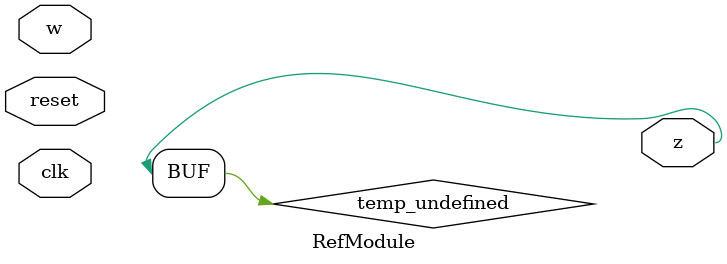
<source format=sv>

module RefModule (
  input clk,
  input reset,
  input w,
  output z
);

  parameter A=0,B=1,C=2,D=3,E=4,F=5;
  reg[2:0] state, next;

  always @(posedge clk)
    if (reset) state <= A;
    else state <= next;

  always @(*) begin
    case (state)
      A: next = w ? B : A;
      B: next = w ? C : D;
      C: next = w ? E : D;
      D: next = w ? F : A;
      E: next = w ? E : D;
      F: next = w ? C : D;
      default: next = 'x;
    endcase
  end

  assign z = temp_undefined;

endmodule


</source>
